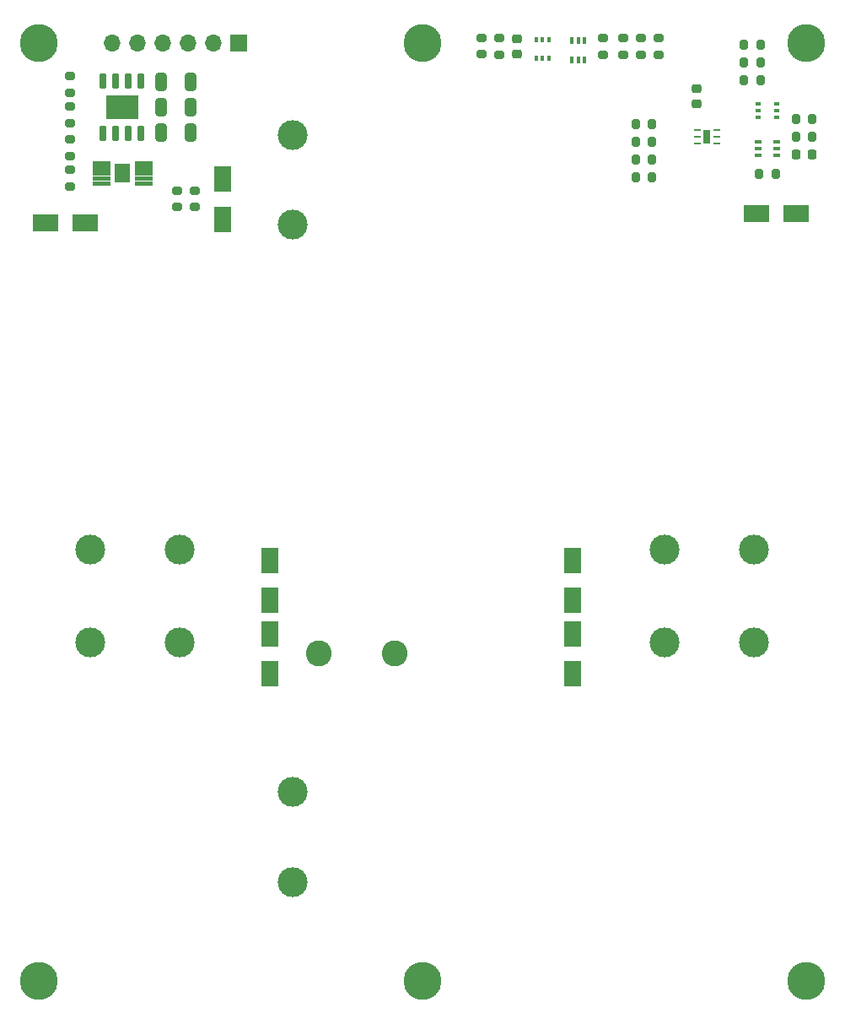
<source format=gbr>
%TF.GenerationSoftware,KiCad,Pcbnew,(6.0.5)*%
%TF.CreationDate,2022-08-19T15:51:03-07:00*%
%TF.ProjectId,X_Y_Panels,585f595f-5061-46e6-956c-732e6b696361,rev?*%
%TF.SameCoordinates,Original*%
%TF.FileFunction,Soldermask,Top*%
%TF.FilePolarity,Negative*%
%FSLAX46Y46*%
G04 Gerber Fmt 4.6, Leading zero omitted, Abs format (unit mm)*
G04 Created by KiCad (PCBNEW (6.0.5)) date 2022-08-19 15:51:03*
%MOMM*%
%LPD*%
G01*
G04 APERTURE LIST*
G04 Aperture macros list*
%AMRoundRect*
0 Rectangle with rounded corners*
0 $1 Rounding radius*
0 $2 $3 $4 $5 $6 $7 $8 $9 X,Y pos of 4 corners*
0 Add a 4 corners polygon primitive as box body*
4,1,4,$2,$3,$4,$5,$6,$7,$8,$9,$2,$3,0*
0 Add four circle primitives for the rounded corners*
1,1,$1+$1,$2,$3*
1,1,$1+$1,$4,$5*
1,1,$1+$1,$6,$7*
1,1,$1+$1,$8,$9*
0 Add four rect primitives between the rounded corners*
20,1,$1+$1,$2,$3,$4,$5,0*
20,1,$1+$1,$4,$5,$6,$7,0*
20,1,$1+$1,$6,$7,$8,$9,0*
20,1,$1+$1,$8,$9,$2,$3,0*%
G04 Aperture macros list end*
%ADD10C,0.010000*%
%ADD11RoundRect,0.200000X-0.200000X-0.275000X0.200000X-0.275000X0.200000X0.275000X-0.200000X0.275000X0*%
%ADD12RoundRect,0.200000X0.200000X0.275000X-0.200000X0.275000X-0.200000X-0.275000X0.200000X-0.275000X0*%
%ADD13RoundRect,0.200000X0.275000X-0.200000X0.275000X0.200000X-0.275000X0.200000X-0.275000X-0.200000X0*%
%ADD14RoundRect,0.225000X0.250000X-0.225000X0.250000X0.225000X-0.250000X0.225000X-0.250000X-0.225000X0*%
%ADD15C,3.000000*%
%ADD16R,0.740000X0.270000*%
%ADD17R,0.650000X1.350000*%
%ADD18RoundRect,0.200000X-0.275000X0.200000X-0.275000X-0.200000X0.275000X-0.200000X0.275000X0.200000X0*%
%ADD19RoundRect,0.250000X0.325000X0.650000X-0.325000X0.650000X-0.325000X-0.650000X0.325000X-0.650000X0*%
%ADD20C,3.800000*%
%ADD21C,2.600000*%
%ADD22RoundRect,0.250000X-0.325000X-0.650000X0.325000X-0.650000X0.325000X0.650000X-0.325000X0.650000X0*%
%ADD23R,0.600000X0.400000*%
%ADD24RoundRect,0.150000X0.150000X-0.650000X0.150000X0.650000X-0.150000X0.650000X-0.150000X-0.650000X0*%
%ADD25R,3.200000X2.400000*%
%ADD26R,2.500000X1.700000*%
%ADD27R,1.700000X2.500000*%
%ADD28RoundRect,0.225000X-0.225000X-0.250000X0.225000X-0.250000X0.225000X0.250000X-0.225000X0.250000X0*%
%ADD29R,1.570000X1.880000*%
%ADD30R,1.700000X1.700000*%
%ADD31O,1.700000X1.700000*%
%ADD32R,0.650000X0.400000*%
%ADD33R,0.400000X0.650000*%
%ADD34R,0.400000X0.600000*%
G04 APERTURE END LIST*
%TO.C,U1*%
G36*
X110876000Y-58705000D02*
G01*
X109176000Y-58705000D01*
X109176000Y-58305000D01*
X110876000Y-58305000D01*
X110876000Y-58705000D01*
G37*
D10*
X110876000Y-58705000D02*
X109176000Y-58705000D01*
X109176000Y-58305000D01*
X110876000Y-58305000D01*
X110876000Y-58705000D01*
G36*
X115076000Y-57705000D02*
G01*
X113376000Y-57705000D01*
X113376000Y-57305000D01*
X115076000Y-57305000D01*
X115076000Y-57705000D01*
G37*
X115076000Y-57705000D02*
X113376000Y-57705000D01*
X113376000Y-57305000D01*
X115076000Y-57305000D01*
X115076000Y-57705000D01*
G36*
X110876000Y-57205000D02*
G01*
X109176000Y-57205000D01*
X109176000Y-56805000D01*
X110876000Y-56805000D01*
X110876000Y-57205000D01*
G37*
X110876000Y-57205000D02*
X109176000Y-57205000D01*
X109176000Y-56805000D01*
X110876000Y-56805000D01*
X110876000Y-57205000D01*
G36*
X115076000Y-59205000D02*
G01*
X113376000Y-59205000D01*
X113376000Y-58805000D01*
X115076000Y-58805000D01*
X115076000Y-59205000D01*
G37*
X115076000Y-59205000D02*
X113376000Y-59205000D01*
X113376000Y-58805000D01*
X115076000Y-58805000D01*
X115076000Y-59205000D01*
G36*
X110876000Y-58205000D02*
G01*
X109176000Y-58205000D01*
X109176000Y-57805000D01*
X110876000Y-57805000D01*
X110876000Y-58205000D01*
G37*
X110876000Y-58205000D02*
X109176000Y-58205000D01*
X109176000Y-57805000D01*
X110876000Y-57805000D01*
X110876000Y-58205000D01*
G36*
X115076000Y-57205000D02*
G01*
X113376000Y-57205000D01*
X113376000Y-56805000D01*
X115076000Y-56805000D01*
X115076000Y-57205000D01*
G37*
X115076000Y-57205000D02*
X113376000Y-57205000D01*
X113376000Y-56805000D01*
X115076000Y-56805000D01*
X115076000Y-57205000D01*
G36*
X110876000Y-57705000D02*
G01*
X109176000Y-57705000D01*
X109176000Y-57305000D01*
X110876000Y-57305000D01*
X110876000Y-57705000D01*
G37*
X110876000Y-57705000D02*
X109176000Y-57705000D01*
X109176000Y-57305000D01*
X110876000Y-57305000D01*
X110876000Y-57705000D01*
G36*
X115076000Y-58705000D02*
G01*
X113376000Y-58705000D01*
X113376000Y-58305000D01*
X115076000Y-58305000D01*
X115076000Y-58705000D01*
G37*
X115076000Y-58705000D02*
X113376000Y-58705000D01*
X113376000Y-58305000D01*
X115076000Y-58305000D01*
X115076000Y-58705000D01*
G36*
X115076000Y-58205000D02*
G01*
X113376000Y-58205000D01*
X113376000Y-57805000D01*
X115076000Y-57805000D01*
X115076000Y-58205000D01*
G37*
X115076000Y-58205000D02*
X113376000Y-58205000D01*
X113376000Y-57805000D01*
X115076000Y-57805000D01*
X115076000Y-58205000D01*
G36*
X110876000Y-59205000D02*
G01*
X109176000Y-59205000D01*
X109176000Y-58805000D01*
X110876000Y-58805000D01*
X110876000Y-59205000D01*
G37*
X110876000Y-59205000D02*
X109176000Y-59205000D01*
X109176000Y-58805000D01*
X110876000Y-58805000D01*
X110876000Y-59205000D01*
%TD*%
D11*
%TO.C,R14*%
X174581000Y-46876000D03*
X176231000Y-46876000D03*
%TD*%
D12*
%TO.C,R20*%
X165339000Y-56650000D03*
X163689000Y-56650000D03*
%TD*%
D13*
%TO.C,R11*%
X106881000Y-49923000D03*
X106881000Y-48273000D03*
%TD*%
D14*
%TO.C,C6*%
X169848000Y-51075000D03*
X169848000Y-49525000D03*
%TD*%
D15*
%TO.C,SC3*%
X129226000Y-129078000D03*
X129226000Y-120078000D03*
%TD*%
D16*
%TO.C,U3*%
X169869000Y-53714000D03*
X169869000Y-54364000D03*
X169869000Y-55014000D03*
X171859000Y-55014000D03*
X171859000Y-54364000D03*
X171859000Y-53714000D03*
D17*
X170864000Y-54364000D03*
%TD*%
D18*
%TO.C,R4*%
X166038000Y-44458000D03*
X166038000Y-46108000D03*
%TD*%
D19*
%TO.C,C5*%
X119006000Y-48848000D03*
X116056000Y-48848000D03*
%TD*%
D20*
%TO.C,H30*%
X180792000Y-138997997D03*
D21*
X180792000Y-138997997D03*
%TD*%
D22*
%TO.C,C3*%
X116056000Y-53923000D03*
X119006000Y-53923000D03*
%TD*%
D23*
%TO.C,Q3*%
X177881000Y-52373000D03*
X177881000Y-51723000D03*
X177881000Y-51073000D03*
X175981000Y-51073000D03*
X175981000Y-51723000D03*
X175981000Y-52373000D03*
%TD*%
D15*
%TO.C,SC2*%
X108918000Y-105058000D03*
X117918000Y-105058000D03*
%TD*%
D12*
%TO.C,R12*%
X176231000Y-45098000D03*
X174581000Y-45098000D03*
%TD*%
D13*
%TO.C,R5*%
X150036000Y-46108000D03*
X150036000Y-44458000D03*
%TD*%
D24*
%TO.C,U2*%
X110221000Y-54051000D03*
X111491000Y-54051000D03*
X112761000Y-54051000D03*
X114031000Y-54051000D03*
X114031000Y-48751000D03*
X112761000Y-48751000D03*
X111491000Y-48751000D03*
X110221000Y-48751000D03*
D25*
X112126000Y-51401000D03*
%TD*%
D13*
%TO.C,R3*%
X164260000Y-46108000D03*
X164260000Y-44458000D03*
%TD*%
D26*
%TO.C,D6*%
X175786000Y-62058000D03*
X179786000Y-62058000D03*
%TD*%
D27*
%TO.C,D1*%
X157402000Y-100848000D03*
X157402000Y-96848000D03*
%TD*%
D13*
%TO.C,R10*%
X106881000Y-52971000D03*
X106881000Y-51321000D03*
%TD*%
D28*
%TO.C,C2*%
X179831000Y-56176000D03*
X181381000Y-56176000D03*
%TD*%
D29*
%TO.C,U1*%
X112126000Y-58005000D03*
%TD*%
D22*
%TO.C,C4*%
X116056000Y-51383000D03*
X119006000Y-51383000D03*
%TD*%
D26*
%TO.C,D2*%
X108406000Y-62973000D03*
X104406000Y-62973000D03*
%TD*%
D20*
%TO.C,H29*%
X142292000Y-138997997D03*
D21*
X142292000Y-138997997D03*
%TD*%
D11*
%TO.C,R22*%
X163689000Y-53094000D03*
X165339000Y-53094000D03*
%TD*%
%TO.C,R7*%
X179778000Y-52617000D03*
X181428000Y-52617000D03*
%TD*%
D30*
%TO.C,J6*%
X123792000Y-44997997D03*
D31*
X121252000Y-44997997D03*
X118712000Y-44997997D03*
X116172000Y-44997997D03*
X113632000Y-44997997D03*
X111092000Y-44997997D03*
%TD*%
D14*
%TO.C,C1*%
X151814000Y-46058000D03*
X151814000Y-44508000D03*
%TD*%
D18*
%TO.C,R8*%
X106881000Y-54623000D03*
X106881000Y-56273000D03*
%TD*%
D27*
%TO.C,D3*%
X126976000Y-96848000D03*
X126976000Y-100848000D03*
%TD*%
D12*
%TO.C,R13*%
X177756000Y-58073000D03*
X176106000Y-58073000D03*
%TD*%
D15*
%TO.C,SC1*%
X117918000Y-95752000D03*
X108918000Y-95752000D03*
%TD*%
D18*
%TO.C,R17*%
X117656000Y-59773000D03*
X117656000Y-61423000D03*
%TD*%
D32*
%TO.C,Q4*%
X177881000Y-56183000D03*
X177881000Y-55533000D03*
X177881000Y-54883000D03*
X175981000Y-54883000D03*
X175981000Y-55533000D03*
X175981000Y-56183000D03*
%TD*%
D15*
%TO.C,SC5*%
X166576000Y-105058000D03*
X175576000Y-105058000D03*
%TD*%
D20*
%TO.C,H25*%
X103792000Y-44997997D03*
D21*
X103792000Y-44997997D03*
%TD*%
D18*
%TO.C,R9*%
X106881000Y-57671000D03*
X106881000Y-59321000D03*
%TD*%
D11*
%TO.C,R16*%
X179781000Y-54398000D03*
X181431000Y-54398000D03*
%TD*%
D33*
%TO.C,Q2*%
X158581000Y-44748000D03*
X157931000Y-44748000D03*
X157281000Y-44748000D03*
X157281000Y-46648000D03*
X157931000Y-46648000D03*
X158581000Y-46648000D03*
%TD*%
D34*
%TO.C,Q1*%
X153704000Y-46498000D03*
X154354000Y-46498000D03*
X155004000Y-46498000D03*
X155004000Y-44598000D03*
X154354000Y-44598000D03*
X153704000Y-44598000D03*
%TD*%
D12*
%TO.C,R15*%
X176231000Y-48654000D03*
X174581000Y-48654000D03*
%TD*%
D13*
%TO.C,R2*%
X160450000Y-46108000D03*
X160450000Y-44458000D03*
%TD*%
D12*
%TO.C,R21*%
X165339000Y-58428000D03*
X163689000Y-58428000D03*
%TD*%
D13*
%TO.C,R6*%
X148256000Y-46098000D03*
X148256000Y-44448000D03*
%TD*%
D20*
%TO.C,H26*%
X142292000Y-44997997D03*
D21*
X142292000Y-44997997D03*
%TD*%
%TO.C,H28*%
X103792000Y-138997997D03*
D20*
X103792000Y-138997997D03*
%TD*%
D27*
%TO.C,D7*%
X157402000Y-108188000D03*
X157402000Y-104188000D03*
%TD*%
%TO.C,D4*%
X126956000Y-104188000D03*
X126956000Y-108188000D03*
%TD*%
D15*
%TO.C,SC4*%
X129276000Y-63158000D03*
X129276000Y-54158000D03*
%TD*%
D20*
%TO.C,H27*%
X180792000Y-44997997D03*
D21*
X180792000Y-44997997D03*
%TD*%
D11*
%TO.C,R19*%
X163689000Y-54872000D03*
X165339000Y-54872000D03*
%TD*%
D18*
%TO.C,R1*%
X162482000Y-44458000D03*
X162482000Y-46108000D03*
%TD*%
%TO.C,R18*%
X119456000Y-59773000D03*
X119456000Y-61423000D03*
%TD*%
D21*
%TO.C,TP5*%
X131838000Y-106167998D03*
X139458000Y-106167998D03*
%TD*%
D27*
%TO.C,D5*%
X122216000Y-62628000D03*
X122216000Y-58628000D03*
%TD*%
D15*
%TO.C,SC6*%
X175576000Y-95752000D03*
X166576000Y-95752000D03*
%TD*%
M02*

</source>
